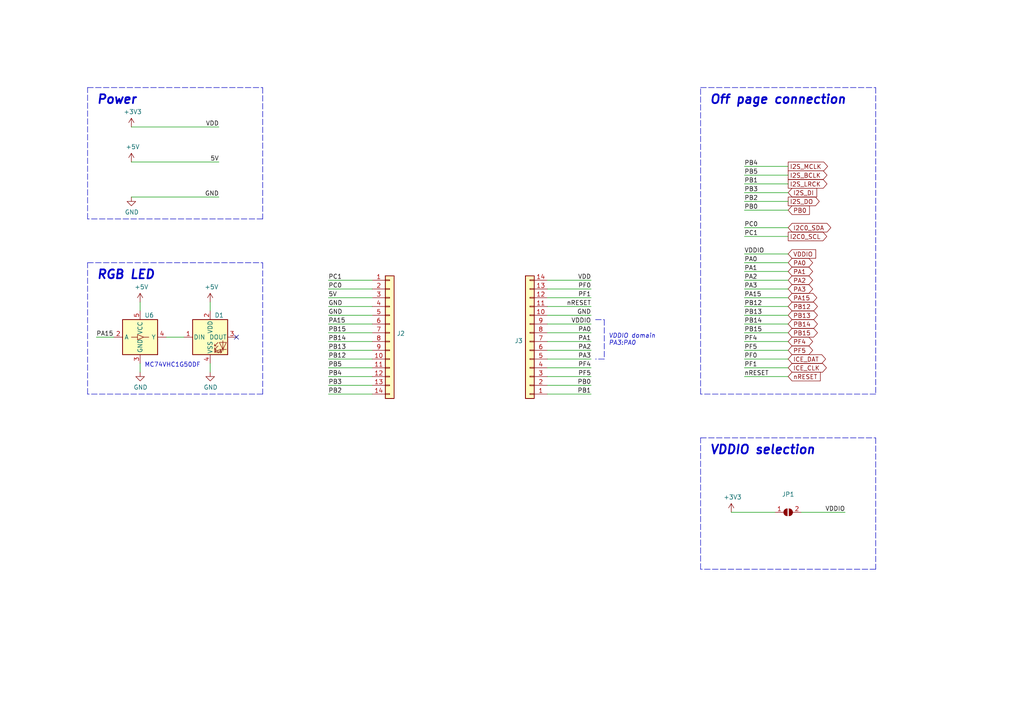
<source format=kicad_sch>
(kicad_sch (version 20211123) (generator eeschema)
  (paper "A4")
  (title_block (title "NuDAC") (date "2021-06-02") (rev "1.0.0") (company "DANCHOUZHOU") (comment 1 "Copyright © Danny Chou, all rights reserved.") (comment 2 "danchouzhou@gmail.com"))
  (lib_symbols
    (symbol "APA-104-2020-5mA:APA-104-2020-5mA" (pin_names (offset 0.254))
      (property "Reference" "D" (at 5.08 5.715 0))
      (property "Value" "APA-104-2020-5mA" (at 1.27 -5.715 0))
      (symbol "APA-104-2020-5mA_0_0"
        (text "RGB" (at 2.286 -4.191 0) (effects (font (size 0.762 0.762))))
      )
      (symbol "APA-104-2020-5mA_0_1"
        (polyline (pts (xy 1.27 -3.556) (xy 1.778 -3.556)))
        (polyline (pts (xy 1.27 -2.54) (xy 1.778 -2.54)))
        (polyline (pts (xy 4.699 -3.556) (xy 2.667 -3.556)))
        (polyline (pts (xy 2.286 -2.54) (xy 1.27 -3.556) (xy 1.27 -3.048)))
        (polyline (pts (xy 2.286 -1.524) (xy 1.27 -2.54) (xy 1.27 -2.032)))
        (polyline (pts (xy 3.683 -1.016) (xy 3.683 -3.556) (xy 3.683 -4.064)))
        (polyline (pts (xy 4.699 -1.524) (xy 2.667 -1.524) (xy 3.683 -3.556) (xy 4.699 -1.524)))
        (rectangle (start 5.08 5.08) (end -5.08 -5.08) (stroke (width 0.254)) (fill (type background)))
      )
      (symbol "APA-104-2020-5mA_1_1"
        (pin input line (at -7.62 0 0) (length 2.54) (name "DIN") (number "1"))
        (pin power_in line (at 0 7.62 270) (length 2.54) (name "VDD") (number "2"))
        (pin output line (at 7.62 0 180) (length 2.54) (name "DOUT") (number "3"))
        (pin power_in line (at 0 -7.62 90) (length 2.54) (name "VSS") (number "4"))
      )
    )
    (symbol "Logic_LevelTranslator:SN74LV1T34DCK"
      (property "Reference" "U" (at 5.08 6.35 0))
      (property "Value" "SN74LV1T34DCK" (at 5.08 3.81 0))
      (symbol "SN74LV1T34DCK_0_1"
        (rectangle (start -5.08 5.08) (end 5.08 -5.08) (stroke (width 0.254)) (fill (type background)))
        (polyline (pts (xy -0.762 0) (xy -2.54 0)))
        (polyline (pts (xy 1.016 0) (xy 2.54 0)))
      )
      (symbol "SN74LV1T34DCK_1_1"
        (polyline (pts (xy -0.762 -0.762) (xy -0.762 0.762) (xy 1.016 0) (xy -0.762 -0.762)))
        (pin no_connect line (at -5.08 2.54 0) (length 2.54) hide (name "NC") (number "1"))
        (pin input line (at -7.62 0 0) (length 2.54) (name "A") (number "2"))
        (pin power_in line (at 0 -7.62 90) (length 2.54) (name "GND") (number "3"))
        (pin output line (at 7.62 0 180) (length 2.54) (name "Y") (number "4"))
        (pin power_in line (at 0 7.62 270) (length 2.54) (name "VCC") (number "5"))
      )
    )
    (symbol "NuDAC-rescue:Conn_01x14-Connector_Generic" (pin_names (offset 1.016) hide)
      (property "Reference" "J" (at 0 17.78 0))
      (property "Value" "Conn_01x14-Connector_Generic" (at 0 -20.32 0))
      (symbol "Conn_01x14-Connector_Generic_1_1"
        (rectangle (start -1.27 -17.653) (end 0 -17.907) (stroke (width 0.1524)))
        (rectangle (start -1.27 -15.113) (end 0 -15.367) (stroke (width 0.1524)))
        (rectangle (start -1.27 -12.573) (end 0 -12.827) (stroke (width 0.1524)))
        (rectangle (start -1.27 -10.033) (end 0 -10.287) (stroke (width 0.1524)))
        (rectangle (start -1.27 -7.493) (end 0 -7.747) (stroke (width 0.1524)))
        (rectangle (start -1.27 -4.953) (end 0 -5.207) (stroke (width 0.1524)))
        (rectangle (start -1.27 -2.413) (end 0 -2.667) (stroke (width 0.1524)))
        (rectangle (start -1.27 0.127) (end 0 -0.127) (stroke (width 0.1524)))
        (rectangle (start -1.27 2.667) (end 0 2.413) (stroke (width 0.1524)))
        (rectangle (start -1.27 5.207) (end 0 4.953) (stroke (width 0.1524)))
        (rectangle (start -1.27 7.747) (end 0 7.493) (stroke (width 0.1524)))
        (rectangle (start -1.27 10.287) (end 0 10.033) (stroke (width 0.1524)))
        (rectangle (start -1.27 12.827) (end 0 12.573) (stroke (width 0.1524)))
        (rectangle (start -1.27 15.367) (end 0 15.113) (stroke (width 0.1524)))
        (rectangle (start -1.27 16.51) (end 1.27 -19.05) (stroke (width 0.254)) (fill (type background)))
        (pin passive line (at -5.08 15.24 0) (length 3.81) (name "Pin_1") (number "1"))
        (pin passive line (at -5.08 -7.62 0) (length 3.81) (name "Pin_10") (number "10"))
        (pin passive line (at -5.08 -10.16 0) (length 3.81) (name "Pin_11") (number "11"))
        (pin passive line (at -5.08 -12.7 0) (length 3.81) (name "Pin_12") (number "12"))
        (pin passive line (at -5.08 -15.24 0) (length 3.81) (name "Pin_13") (number "13"))
        (pin passive line (at -5.08 -17.78 0) (length 3.81) (name "Pin_14") (number "14"))
        (pin passive line (at -5.08 12.7 0) (length 3.81) (name "Pin_2") (number "2"))
        (pin passive line (at -5.08 10.16 0) (length 3.81) (name "Pin_3") (number "3"))
        (pin passive line (at -5.08 7.62 0) (length 3.81) (name "Pin_4") (number "4"))
        (pin passive line (at -5.08 5.08 0) (length 3.81) (name "Pin_5") (number "5"))
        (pin passive line (at -5.08 2.54 0) (length 3.81) (name "Pin_6") (number "6"))
        (pin passive line (at -5.08 0 0) (length 3.81) (name "Pin_7") (number "7"))
        (pin passive line (at -5.08 -2.54 0) (length 3.81) (name "Pin_8") (number "8"))
        (pin passive line (at -5.08 -5.08 0) (length 3.81) (name "Pin_9") (number "9"))
      )
    )
    (symbol "NuDAC-rescue:SolderJumper_2_Open-Jumper" (pin_names (offset 0) hide)
      (property "Reference" "JP" (at 0 2.032 0))
      (property "Value" "SolderJumper_2_Open-Jumper" (at 0 -2.54 0))
      (symbol "SolderJumper_2_Open-Jumper_0_1"
        (arc (start -0.254 1.016) (mid -1.27 0) (end -0.254 -1.016))
        (arc (start -0.254 1.016) (mid -1.27 0) (end -0.254 -1.016) (fill (type outline)))
        (polyline (pts (xy -0.254 1.016) (xy -0.254 -1.016)))
        (polyline (pts (xy 0.254 1.016) (xy 0.254 -1.016)))
        (arc (start 0.254 -1.016) (mid 1.27 0) (end 0.254 1.016))
        (arc (start 0.254 -1.016) (mid 1.27 0) (end 0.254 1.016) (fill (type outline)))
      )
      (symbol "SolderJumper_2_Open-Jumper_1_1"
        (pin passive line (at -3.81 0 0) (length 2.54) (name "A") (number "1"))
        (pin passive line (at 3.81 0 180) (length 2.54) (name "B") (number "2"))
      )
    )
    (symbol "power:+3V3" (power) (pin_names (offset 0))
      (property "Value" "+3V3" (at 0 3.556 0))
      (symbol "+3V3_0_1"
        (polyline (pts (xy -0.762 1.27) (xy 0 2.54)))
        (polyline (pts (xy 0 0) (xy 0 2.54)))
        (polyline (pts (xy 0 2.54) (xy 0.762 1.27)))
      )
      (symbol "+3V3_1_1"
        (pin power_in line (at 0 0 90) (length 0) hide (name "+3V3") (number "1"))
      )
    )
    (symbol "power:+5V" (power) (pin_names (offset 0))
      (property "Value" "+5V" (at 0 3.556 0))
      (symbol "+5V_0_1"
        (polyline (pts (xy -0.762 1.27) (xy 0 2.54)))
        (polyline (pts (xy 0 0) (xy 0 2.54)))
        (polyline (pts (xy 0 2.54) (xy 0.762 1.27)))
      )
      (symbol "+5V_1_1"
        (pin power_in line (at 0 0 90) (length 0) hide (name "+5V") (number "1"))
      )
    )
    (symbol "power:GND" (power) (pin_names (offset 0))
      (property "Value" "GND" (at 0 -3.81 0))
      (symbol "GND_0_1"
        (polyline (pts (xy 0 0) (xy 0 -1.27) (xy 1.27 -1.27) (xy 0 -2.54) (xy -1.27 -1.27) (xy 0 -1.27)))
      )
      (symbol "GND_1_1"
        (pin power_in line (at 0 0 270) (length 0) hide (name "GND") (number "1"))
      )
    )
  )
  (no_connect (at 68.58 97.79))
  (wire (pts (xy 27.94 97.79) (xy 33.02 97.79)))
  (wire (pts (xy 95.25 114.3) (xy 107.95 114.3)))
  (wire (pts (xy 171.45 114.3) (xy 158.75 114.3)))
  (wire (pts (xy 215.9 81.28) (xy 228.6 81.28)))
  (wire (pts (xy 38.1 57.15) (xy 63.5 57.15)))
  (wire (pts (xy 95.25 93.98) (xy 107.95 93.98)))
  (wire (pts (xy 171.45 81.28) (xy 158.75 81.28)))
  (polyline (pts (xy 203.2 25.4) (xy 254 25.4)))
  (wire (pts (xy 95.25 83.82) (xy 107.95 83.82)))
  (wire (pts (xy 171.45 86.36) (xy 158.75 86.36)))
  (wire (pts (xy 215.9 78.74) (xy 228.6 78.74)))
  (polyline (pts (xy 175.26 104.14) (xy 172.72 104.14)))
  (wire (pts (xy 171.45 101.6) (xy 158.75 101.6)))
  (wire (pts (xy 40.64 87.63) (xy 40.64 90.17)))
  (wire (pts (xy 228.6 66.04) (xy 215.9 66.04)))
  (wire (pts (xy 171.45 99.06) (xy 158.75 99.06)))
  (wire (pts (xy 38.1 46.99) (xy 63.5 46.99)))
  (wire (pts (xy 215.9 91.44) (xy 228.6 91.44)))
  (wire (pts (xy 215.9 109.22) (xy 228.6 109.22)))
  (wire (pts (xy 171.45 91.44) (xy 158.75 91.44)))
  (wire (pts (xy 38.1 36.83) (xy 63.5 36.83)))
  (wire (pts (xy 215.9 83.82) (xy 228.6 83.82)))
  (polyline (pts (xy 76.2 25.4) (xy 76.2 63.5)))
  (wire (pts (xy 215.9 73.66) (xy 228.6 73.66)))
  (wire (pts (xy 215.9 106.68) (xy 228.6 106.68)))
  (wire (pts (xy 95.25 81.28) (xy 107.95 81.28)))
  (wire (pts (xy 95.25 104.14) (xy 107.95 104.14)))
  (wire (pts (xy 232.41 148.59) (xy 245.11 148.59)))
  (wire (pts (xy 60.96 107.95) (xy 60.96 105.41)))
  (wire (pts (xy 95.25 109.22) (xy 107.95 109.22)))
  (wire (pts (xy 171.45 109.22) (xy 158.75 109.22)))
  (wire (pts (xy 215.9 76.2) (xy 228.6 76.2)))
  (polyline (pts (xy 203.2 127) (xy 254 127)))
  (wire (pts (xy 228.6 68.58) (xy 215.9 68.58)))
  (wire (pts (xy 95.25 91.44) (xy 107.95 91.44)))
  (wire (pts (xy 215.9 50.8) (xy 228.6 50.8)))
  (polyline (pts (xy 175.26 92.71) (xy 175.26 104.14)))
  (wire (pts (xy 40.64 107.95) (xy 40.64 105.41)))
  (polyline (pts (xy 25.4 76.2) (xy 76.2 76.2)))
  (polyline (pts (xy 25.4 25.4) (xy 76.2 25.4)))
  (wire (pts (xy 215.9 88.9) (xy 228.6 88.9)))
  (wire (pts (xy 95.25 88.9) (xy 107.95 88.9)))
  (wire (pts (xy 215.9 60.96) (xy 228.6 60.96)))
  (wire (pts (xy 215.9 86.36) (xy 228.6 86.36)))
  (wire (pts (xy 60.96 87.63) (xy 60.96 90.17)))
  (polyline (pts (xy 254 127) (xy 254 165.1)))
  (polyline (pts (xy 254 25.4) (xy 254 114.3)))
  (wire (pts (xy 171.45 106.68) (xy 158.75 106.68)))
  (wire (pts (xy 171.45 88.9) (xy 158.75 88.9)))
  (wire (pts (xy 95.25 99.06) (xy 107.95 99.06)))
  (wire (pts (xy 215.9 99.06) (xy 228.6 99.06)))
  (polyline (pts (xy 172.72 92.71) (xy 175.26 92.71)))
  (wire (pts (xy 95.25 86.36) (xy 107.95 86.36)))
  (polyline (pts (xy 254 114.3) (xy 203.2 114.3)))
  (wire (pts (xy 48.26 97.79) (xy 53.34 97.79)))
  (wire (pts (xy 215.9 93.98) (xy 228.6 93.98)))
  (wire (pts (xy 215.9 55.88) (xy 228.6 55.88)))
  (wire (pts (xy 215.9 101.6) (xy 228.6 101.6)))
  (polyline (pts (xy 203.2 165.1) (xy 203.2 127)))
  (wire (pts (xy 171.45 83.82) (xy 158.75 83.82)))
  (polyline (pts (xy 76.2 76.2) (xy 76.2 114.3)))
  (wire (pts (xy 215.9 104.14) (xy 228.6 104.14)))
  (polyline (pts (xy 25.4 114.3) (xy 25.4 76.2)))
  (polyline (pts (xy 203.2 114.3) (xy 203.2 25.4)))
  (wire (pts (xy 95.25 106.68) (xy 107.95 106.68)))
  (wire (pts (xy 171.45 93.98) (xy 158.75 93.98)))
  (wire (pts (xy 215.9 53.34) (xy 228.6 53.34)))
  (wire (pts (xy 95.25 96.52) (xy 107.95 96.52)))
  (polyline (pts (xy 76.2 114.3) (xy 25.4 114.3)))
  (wire (pts (xy 224.79 148.59) (xy 212.09 148.59)))
  (polyline (pts (xy 25.4 63.5) (xy 25.4 25.4)))
  (wire (pts (xy 215.9 58.42) (xy 228.6 58.42)))
  (wire (pts (xy 215.9 96.52) (xy 228.6 96.52)))
  (wire (pts (xy 215.9 48.26) (xy 228.6 48.26)))
  (wire (pts (xy 171.45 104.14) (xy 158.75 104.14)))
  (polyline (pts (xy 76.2 63.5) (xy 25.4 63.5)))
  (wire (pts (xy 171.45 111.76) (xy 158.75 111.76)))
  (wire (pts (xy 95.25 111.76) (xy 107.95 111.76)))
  (wire (pts (xy 95.25 101.6) (xy 107.95 101.6)))
  (wire (pts (xy 171.45 96.52) (xy 158.75 96.52)))
  (polyline (pts (xy 254 165.1) (xy 203.2 165.1)))
  (text "RGB LED" (at 27.94 81.28 0) (effects (font (size 2.54 2.54) (thickness 0.508) bold italic) (justify left bottom)))
  (text "Off page connection" (at 205.74 30.48 0) (effects (font (size 2.54 2.54) (thickness 0.508) bold italic) (justify left bottom)))
  (text "VDDIO selection" (at 205.74 132.08 0) (effects (font (size 2.54 2.54) (thickness 0.508) bold italic) (justify left bottom)))
  (text "Power" (at 27.94 30.48 0) (effects (font (size 2.54 2.54) (thickness 0.508) bold italic) (justify left bottom)))
  (text "VDDIO domain\nPA3:PA0" (at 176.53 100.33 0) (effects (font (size 1.27 1.27) italic) (justify left bottom)))
  (text "MC74VHC1G50DF" (at 41.91 106.68 0) (effects (font (size 1.27 1.27)) (justify left bottom)))
  (label "5V" (at 63.5 46.99 180))
  (label "PC0" (at 215.9 66.04 0))
  (label "GND" (at 63.5 57.15 180))
  (label "PB2" (at 95.25 114.3 0))
  (label "PB0" (at 215.9 60.96 0))
  (label "PB4" (at 215.9 48.26 0))
  (label "nRESET" (at 171.45 88.9 180))
  (label "PB12" (at 215.9 88.9 0))
  (label "PB4" (at 95.25 109.22 0))
  (label "PA2" (at 171.45 101.6 180))
  (label "PF5" (at 215.9 101.6 0))
  (label "PA15" (at 27.94 97.79 0))
  (label "PB15" (at 215.9 96.52 0))
  (label "PA15" (at 215.9 86.36 0))
  (label "PB1" (at 215.9 53.34 0))
  (label "PA15" (at 95.25 93.98 0))
  (label "PB5" (at 215.9 50.8 0))
  (label "PA1" (at 171.45 99.06 180))
  (label "GND" (at 95.25 88.9 0))
  (label "PB2" (at 215.9 58.42 0))
  (label "PA3" (at 215.9 83.82 0))
  (label "PF1" (at 215.9 106.68 0))
  (label "PB5" (at 95.25 106.68 0))
  (label "PF5" (at 171.45 109.22 180))
  (label "VDDIO" (at 215.9 73.66 0))
  (label "PB13" (at 215.9 91.44 0))
  (label "VDDIO" (at 171.45 93.98 180))
  (label "PF1" (at 171.45 86.36 180))
  (label "PA0" (at 215.9 76.2 0))
  (label "PA2" (at 215.9 81.28 0))
  (label "PB12" (at 95.25 104.14 0))
  (label "GND" (at 95.25 91.44 0))
  (label "VDD" (at 63.5 36.83 180))
  (label "PC0" (at 95.25 83.82 0))
  (label "PB0" (at 171.45 111.76 180))
  (label "5V" (at 95.25 86.36 0))
  (label "VDD" (at 171.45 81.28 180))
  (label "PB13" (at 95.25 101.6 0))
  (label "PB15" (at 95.25 96.52 0))
  (label "PA1" (at 215.9 78.74 0))
  (label "nRESET" (at 215.9 109.22 0))
  (label "PB14" (at 95.25 99.06 0))
  (label "VDDIO" (at 245.11 148.59 180))
  (label "GND" (at 171.45 91.44 180))
  (label "PA0" (at 171.45 96.52 180))
  (label "PF4" (at 171.45 106.68 180))
  (label "PA3" (at 171.45 104.14 180))
  (label "PF0" (at 215.9 104.14 0))
  (label "PB3" (at 215.9 55.88 0))
  (label "PB1" (at 171.45 114.3 180))
  (label "PB14" (at 215.9 93.98 0))
  (label "PC1" (at 215.9 68.58 0))
  (label "PF4" (at 215.9 99.06 0))
  (label "PC1" (at 95.25 81.28 0))
  (label "PB3" (at 95.25 111.76 0))
  (label "PF0" (at 171.45 83.82 180))
  (global_label "I2C0_SCL" (shape output) (at 228.6 68.58 0) (property "Intersheet References" "${INTERSHEET_REFS}" (effects hide)))
  (global_label "PA3" (shape bidirectional) (at 228.6 83.82 0) (property "Intersheet References" "${INTERSHEET_REFS}" (effects hide)))
  (global_label "ICE_DAT" (shape bidirectional) (at 228.6 104.14 0) (property "Intersheet References" "${INTERSHEET_REFS}" (effects hide)))
  (global_label "nRESET" (shape input) (at 228.6 109.22 0) (property "Intersheet References" "${INTERSHEET_REFS}" (effects hide)))
  (global_label "VDDIO" (shape input) (at 228.6 73.66 0) (property "Intersheet References" "${INTERSHEET_REFS}" (effects hide)))
  (global_label "PA0" (shape bidirectional) (at 228.6 76.2 0) (property "Intersheet References" "${INTERSHEET_REFS}" (effects hide)))
  (global_label "PB14" (shape bidirectional) (at 228.6 93.98 0) (property "Intersheet References" "${INTERSHEET_REFS}" (effects hide)))
  (global_label "PB0" (shape input) (at 228.6 60.96 0) (property "Intersheet References" "${INTERSHEET_REFS}" (effects hide)))
  (global_label "PA2" (shape bidirectional) (at 228.6 81.28 0) (property "Intersheet References" "${INTERSHEET_REFS}" (effects hide)))
  (global_label "I2S_MCLK" (shape output) (at 228.6 48.26 0) (property "Intersheet References" "${INTERSHEET_REFS}" (effects hide)))
  (global_label "I2S_DO" (shape output) (at 228.6 58.42 0) (property "Intersheet References" "${INTERSHEET_REFS}" (effects hide)))
  (global_label "PA15" (shape bidirectional) (at 228.6 86.36 0) (property "Intersheet References" "${INTERSHEET_REFS}" (effects hide)))
  (global_label "I2S_BCLK" (shape output) (at 228.6 50.8 0) (property "Intersheet References" "${INTERSHEET_REFS}" (effects hide)))
  (global_label "I2S_DI" (shape input) (at 228.6 55.88 0) (property "Intersheet References" "${INTERSHEET_REFS}" (effects hide)))
  (global_label "I2C0_SDA" (shape bidirectional) (at 228.6 66.04 0) (property "Intersheet References" "${INTERSHEET_REFS}" (effects hide)))
  (global_label "ICE_CLK" (shape bidirectional) (at 228.6 106.68 0) (property "Intersheet References" "${INTERSHEET_REFS}" (effects hide)))
  (global_label "PF5" (shape bidirectional) (at 228.6 101.6 0) (property "Intersheet References" "${INTERSHEET_REFS}" (effects hide)))
  (global_label "PA1" (shape bidirectional) (at 228.6 78.74 0) (property "Intersheet References" "${INTERSHEET_REFS}" (effects hide)))
  (global_label "PF4" (shape bidirectional) (at 228.6 99.06 0) (property "Intersheet References" "${INTERSHEET_REFS}" (effects hide)))
  (global_label "PB15" (shape bidirectional) (at 228.6 96.52 0) (property "Intersheet References" "${INTERSHEET_REFS}" (effects hide)))
  (global_label "PB12" (shape bidirectional) (at 228.6 88.9 0) (property "Intersheet References" "${INTERSHEET_REFS}" (effects hide)))
  (global_label "PB13" (shape bidirectional) (at 228.6 91.44 0) (property "Intersheet References" "${INTERSHEET_REFS}" (effects hide)))
  (global_label "I2S_LRCK" (shape output) (at 228.6 53.34 0) (property "Intersheet References" "${INTERSHEET_REFS}" (effects hide)))
  (symbol (lib_id "NuDAC-rescue:Conn_01x14-Connector_Generic") (at 113.03 96.52 0) (unit 1)
    (property "Reference" "J2" (at 115.062 96.7232 0) (effects (justify left)))
  )
  (symbol (lib_id "NuDAC-rescue:Conn_01x14-Connector_Generic") (at 153.67 99.06 180) (unit 1)
    (property "Reference" "J3" (at 151.638 98.8568 0) (effects (justify left)))
  )
  (symbol (lib_id "NuDAC-rescue:SolderJumper_2_Open-Jumper") (at 228.6 148.59 0) (unit 1)
    (property "Reference" "JP1" (at 228.6 143.383 0))
  )
  (symbol (lib_id "APA-104-2020-5mA:APA-104-2020-5mA") (at 60.96 97.79 0) (unit 1)
    (property "Reference" "D1" (at 62.23 91.44 0) (effects (justify left)))
    (property "Datasheet" "http://neon-world.com/uploads/soft/20210506/1620282805.pdf" (effects hide))
  )
  (symbol (lib_id "Logic_LevelTranslator:SN74LV1T34DCK") (at 40.64 97.79 0) (unit 1)
    (property "Reference" "U6" (at 41.91 91.44 0) (effects (justify left)))
    (property "Datasheet" "https://www.ti.com/lit/ds/symlink/sn74lv1t34.pdf" (effects hide))
  )
  (symbol (lib_id "power:+5V") (at 40.64 87.63 0) (unit 1)
    (property "Reference" "#PWR017" (effects hide))
  )
  (symbol (lib_id "power:+5V") (at 60.96 87.63 0) (unit 1)
    (property "Reference" "#PWR030" (effects hide))
  )
  (symbol (lib_id "power:GND") (at 40.64 107.95 0) (unit 1)
    (property "Reference" "#PWR029" (effects hide))
  )
  (symbol (lib_id "power:GND") (at 60.96 107.95 0) (unit 1)
    (property "Reference" "#PWR054" (effects hide))
  )
  (symbol (lib_id "power:GND") (at 38.1 57.15 0) (unit 1)
    (property "Reference" "#PWR057" (effects hide))
  )
  (symbol (lib_id "power:+5V") (at 38.1 46.99 0) (unit 1)
    (property "Reference" "#PWR056" (effects hide))
  )
  (symbol (lib_id "power:+3V3") (at 38.1 36.83 0) (unit 1)
    (property "Reference" "#PWR0104" (effects hide))
  )
  (symbol (lib_id "power:+3V3") (at 212.09 148.59 0) (unit 1)
    (property "Reference" "#PWR0105" (effects hide))
  )
)
</source>
